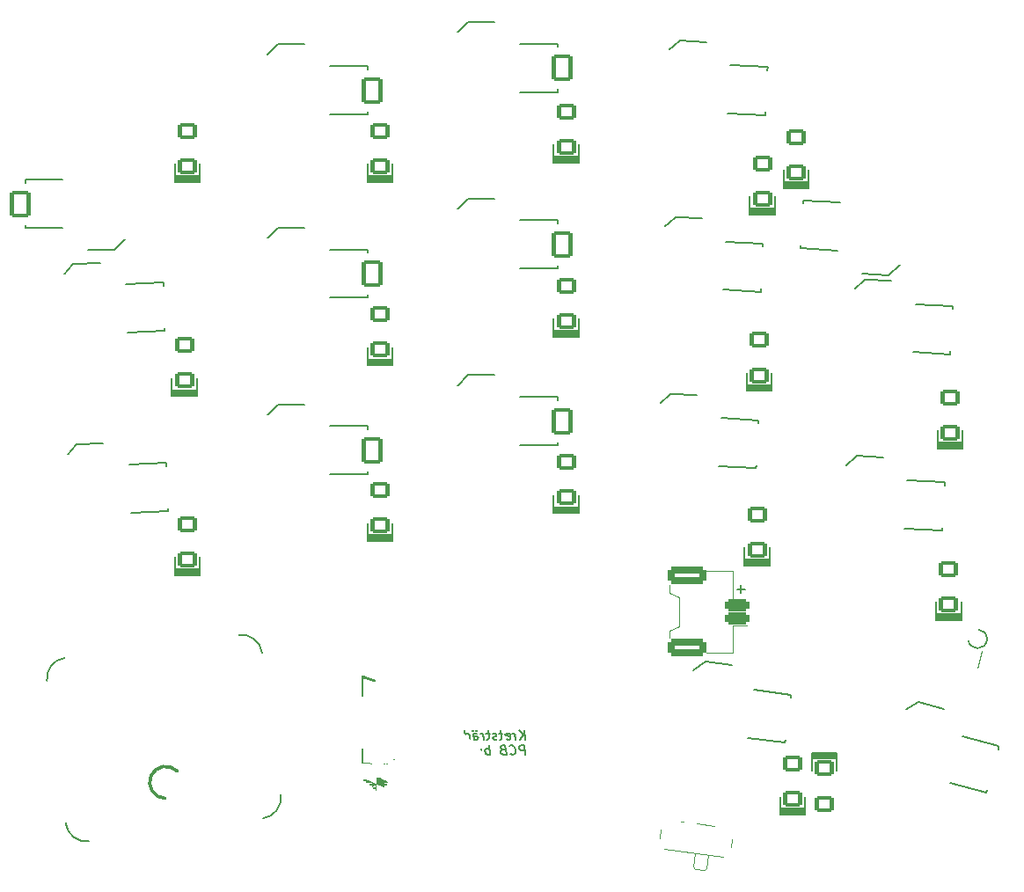
<source format=gbo>
G04 #@! TF.GenerationSoftware,KiCad,Pcbnew,9.0.2*
G04 #@! TF.CreationDate,2025-07-12T22:53:39+08:00*
G04 #@! TF.ProjectId,Kretstr_d_v2,4b726574-7374-472e-9464-5f76322e6b69,rev?*
G04 #@! TF.SameCoordinates,Original*
G04 #@! TF.FileFunction,Legend,Bot*
G04 #@! TF.FilePolarity,Positive*
%FSLAX46Y46*%
G04 Gerber Fmt 4.6, Leading zero omitted, Abs format (unit mm)*
G04 Created by KiCad (PCBNEW 9.0.2) date 2025-07-12 22:53:39*
%MOMM*%
%LPD*%
G01*
G04 APERTURE LIST*
G04 Aperture macros list*
%AMRoundRect*
0 Rectangle with rounded corners*
0 $1 Rounding radius*
0 $2 $3 $4 $5 $6 $7 $8 $9 X,Y pos of 4 corners*
0 Add a 4 corners polygon primitive as box body*
4,1,4,$2,$3,$4,$5,$6,$7,$8,$9,$2,$3,0*
0 Add four circle primitives for the rounded corners*
1,1,$1+$1,$2,$3*
1,1,$1+$1,$4,$5*
1,1,$1+$1,$6,$7*
1,1,$1+$1,$8,$9*
0 Add four rect primitives between the rounded corners*
20,1,$1+$1,$2,$3,$4,$5,0*
20,1,$1+$1,$4,$5,$6,$7,0*
20,1,$1+$1,$6,$7,$8,$9,0*
20,1,$1+$1,$8,$9,$2,$3,0*%
%AMFreePoly0*
4,1,22,0.886777,1.280194,0.956366,1.224698,0.994986,1.144504,1.000000,1.100000,1.000000,-1.100000,0.980194,-1.186777,0.924698,-1.256366,0.844504,-1.294986,0.800000,-1.300000,-0.480000,-1.300000,-0.566777,-1.280194,-0.621421,-1.241421,-0.941421,-0.921421,-0.988777,-0.846056,-1.000000,-0.780000,-1.000000,1.100000,-0.980194,1.186777,-0.924698,1.256366,-0.844504,1.294986,-0.800000,1.300000,
0.800000,1.300000,0.886777,1.280194,0.886777,1.280194,$1*%
%AMFreePoly1*
4,1,22,0.686777,0.580194,0.756366,0.524698,0.794986,0.444504,0.800000,0.400000,0.800000,0.200000,0.780194,0.113223,0.741421,0.058579,0.141421,-0.541421,0.066056,-0.588777,-0.022393,-0.598742,-0.106406,-0.569345,-0.141421,-0.541421,-0.741421,0.058579,-0.788777,0.133944,-0.800000,0.200000,-0.800000,0.400000,-0.780193,0.486777,-0.724698,0.556366,-0.644504,0.594986,-0.600000,0.600000,
0.600000,0.600000,0.686777,0.580194,0.686777,0.580194,$1*%
%AMFreePoly2*
4,1,26,0.706406,1.169345,0.769345,1.106406,0.798742,1.022393,0.800000,1.000000,0.800000,-0.250000,0.780194,-0.336777,0.724699,-0.406366,0.644505,-0.444986,0.600000,-0.450000,-0.600000,-0.450000,-0.686777,-0.430194,-0.756366,-0.374698,-0.794986,-0.294504,-0.800000,-0.250000,-0.800000,1.000000,-0.780194,1.086777,-0.724698,1.156366,-0.644504,1.194986,-0.555496,1.194986,-0.475302,1.156366,
-0.458579,1.141421,0.000000,0.682842,0.458579,1.141421,0.533944,1.188778,0.622393,1.198742,0.706406,1.169345,0.706406,1.169345,$1*%
%AMFreePoly3*
4,1,292,0.206777,1.229994,0.276366,1.174498,0.314986,1.094304,0.320000,1.049800,0.320000,0.008200,0.319495,0.005987,0.319495,-1.866709,0.319486,-1.942235,0.319486,-1.942460,0.318928,-2.390763,0.318926,-2.391335,0.317383,-2.767014,0.317377,-2.767939,0.314675,-3.077389,0.314657,-3.078876,0.310622,-3.328489,0.310568,-3.330901,0.305029,-3.527071,0.304875,-3.531095,0.297657,-3.680215,
0.297195,-3.687212,0.288125,-3.795676,0.286622,-3.808584,0.275528,-3.882784,0.269972,-3.908365,0.256680,-3.954695,0.246330,-3.982691,0.240139,-3.996234,0.229057,-4.017117,0.167561,-4.118087,0.157692,-4.132784,0.062026,-4.262462,0.054482,-4.272060,-0.057455,-4.405866,-0.061018,-4.410009,-0.070960,-4.421254,-0.171727,-4.547475,-0.239381,-4.651468,-0.261422,-4.702806,-0.268448,-4.790209,
-0.275185,-4.947662,-0.279770,-5.144579,-0.281450,-5.361536,-0.281447,-5.385011,-0.280528,-5.604860,-0.277007,-5.754079,-0.270393,-5.838887,-0.268290,-5.848462,-0.224488,-5.894056,-0.171049,-5.977321,-0.142171,-6.051967,-0.122143,-6.170287,-0.120852,-6.228231,-0.135594,-6.347346,-0.162124,-6.424914,-0.212996,-6.510565,-0.274338,-6.575059,-0.308050,-6.593056,-0.393200,-6.628524,-0.459529,-6.643620,
-0.582275,-6.650118,-0.631318,-6.646663,-0.750780,-6.623247,-0.819367,-6.595916,-0.898997,-6.545453,-0.952252,-6.496101,-0.953444,-6.494503,-0.980620,-6.444550,-1.025271,-6.324319,-1.037078,-6.237909,-1.034553,-6.207928,-1.095319,-6.245365,-1.119612,-6.251953,-1.263243,-6.281341,-1.334401,-6.282972,-1.441733,-6.266095,-1.524379,-6.233050,-1.535526,-6.224760,-1.625648,-6.152737,-1.674999,-6.094737,
-1.708800,-6.034795,-1.731134,-5.973572,-1.756230,-5.840310,-1.752826,-5.751366,-1.751357,-5.746183,-1.721747,-5.646814,-1.786435,-5.670245,-1.797570,-5.671308,-1.925994,-5.679949,-2.013905,-5.666013,-2.017213,-5.664651,-2.152853,-5.607383,-2.223422,-5.557256,-2.286363,-5.487634,-2.329864,-5.409980,-2.331418,-5.403739,-1.483158,-5.403739,-1.355185,-5.371470,-1.321520,-5.365981,-1.296753,-5.364088,
-1.271925,-5.355039,-1.217781,-5.314195,-1.113600,-5.210504,-0.992406,-5.073003,-0.922095,-4.967193,-0.891918,-4.883182,-0.881171,-4.765871,-0.875626,-4.680694,-0.868608,-4.639640,-0.821297,-4.471082,-0.802138,-4.425469,-0.700510,-4.248647,-0.682044,-4.221835,-0.562810,-4.075770,-0.603069,-4.078811,-0.691091,-4.065597,-0.695126,-4.063965,-0.829973,-4.007718,-0.882942,-3.970058,-0.884544,-4.105830,
-0.885000,-4.117175,-0.898888,-4.319380,-0.902711,-4.346893,-0.935986,-4.504891,-0.949035,-4.545136,-1.009063,-4.679733,-1.028893,-4.714405,-1.123042,-4.846409,-1.137428,-4.864308,-1.273065,-5.014526,-1.276513,-5.018249,-1.287869,-5.030202,-1.395729,-5.154077,-1.436036,-5.218316,-1.445698,-5.259360,-1.451178,-5.311568,-1.471682,-5.381092,-1.483158,-5.403739,-2.331418,-5.403739,-2.333940,-5.393612,
-2.360039,-5.266091,-2.360039,-5.185886,-2.330712,-5.042597,-2.293908,-4.961554,-2.277054,-4.942143,-2.201588,-4.865752,-2.261402,-4.879975,-2.348652,-4.881156,-2.489497,-4.851669,-2.570374,-4.814501,-2.590504,-4.796763,-2.603049,-4.784116,-2.016632,-4.784116,-1.947691,-4.769658,-1.921784,-4.765974,-1.897996,-4.764167,-1.873068,-4.755114,-1.818842,-4.714263,-1.712135,-4.608103,-1.710532,-4.606403,
-1.610735,-4.492471,-1.536348,-4.394539,-1.509620,-4.348678,-1.496774,-4.253933,-1.486629,-4.104764,-1.484943,-4.030087,-1.521728,-4.066661,-1.663872,-4.210425,-1.771561,-4.327147,-1.827485,-4.398952,-1.841739,-4.426218,-1.846868,-4.455718,-1.849044,-4.466476,-1.880833,-4.604089,-1.919662,-4.684181,-1.933210,-4.699418,-2.016632,-4.784116,-2.603049,-4.784116,-2.677271,-4.709294,-2.724322,-4.633739,
-2.731172,-4.608776,-2.760623,-4.465732,-2.760769,-4.385781,-2.732270,-4.244767,-2.695666,-4.163633,-2.680108,-4.145462,-2.594432,-4.056733,-2.519907,-4.008065,-2.492843,-4.000178,-2.352971,-3.969921,-2.326052,-3.966765,-2.302641,-3.962426,-2.276550,-3.949146,-2.210815,-3.898611,-2.101881,-3.798678,-1.944546,-3.643569,-1.907849,-3.606777,-1.998584,-3.608265,-2.086361,-3.615506,-2.113472,-3.640814,
-2.190420,-3.685551,-2.195993,-3.687200,-2.285285,-3.712217,-2.328694,-3.719355,-2.443408,-3.725413,-2.478949,-3.724123,-2.588384,-3.710339,-2.648428,-3.692928,-2.721883,-3.658421,-2.792004,-3.603597,-2.794591,-3.600348,-2.808469,-3.582542,-2.842246,-3.517205,-2.871896,-3.418636,-2.880342,-3.357508,-2.878149,-3.232815,-2.869435,-3.177839,-2.834704,-3.064278,-2.812088,-3.015249,-2.804020,-3.002595,
-2.744226,-2.942329,-2.663376,-2.889881,-2.579901,-2.859285,-2.464107,-2.844477,-2.401736,-2.846314,-2.281469,-2.868955,-2.211215,-2.896693,-2.116941,-2.956591,-2.095419,-2.974395,-2.075454,-2.989291,-2.056638,-2.994994,-2.046805,-2.995889,-2.070491,-2.960773,-2.070904,-2.959695,-2.108494,-2.860796,-2.121279,-2.800020,-2.127521,-2.678750,-2.122913,-2.624593,-2.097809,-2.512950,-2.059448,-2.432632,
-2.058380,-2.431296,-2.001929,-2.361278,-1.932045,-2.306154,-1.911531,-2.297769,-1.812031,-2.263398,-1.738834,-2.252593,-1.594647,-2.258290,-1.508720,-2.281507,-1.504448,-2.283843,-1.384933,-2.351109,-1.358738,-2.368710,-1.337152,-2.385832,-1.317487,-2.393167,-1.240752,-2.402224,-1.085472,-2.405350,-1.078233,-2.405170,-1.107077,-2.378573,-1.139850,-2.295818,-1.141775,-2.278081,-1.154236,-2.081951,
-1.154606,-2.072859,-1.156502,-1.967207,-1.150610,-1.915302,-1.126324,-1.817749,-1.086141,-1.738328,-1.046755,-1.702089,-0.979056,-1.654814,-0.896569,-1.621370,-0.885058,-1.619844,-0.761116,-1.607067,-0.757791,-1.606753,-0.746558,-1.605784,-0.717431,-1.594755,-0.653273,-1.547006,-0.535915,-1.433820,-0.518656,-1.415993,-0.412858,-1.301079,-0.333107,-1.206106,-0.309939,-1.172922,-0.306469,-1.159605,
-0.293711,-1.047354,-0.284312,-0.875422,-0.280824,-0.666619,-0.282712,0.034061,-0.280000,0.046092,-0.280000,1.049800,-0.260194,1.136577,-0.204698,1.206166,-0.124504,1.244786,-0.080000,1.249800,0.120000,1.249800,0.206777,1.229994,0.206777,1.229994,$1*%
%AMFreePoly4*
4,1,332,0.216903,1.226394,0.286492,1.170898,0.325112,1.090704,0.330126,1.046200,0.330126,0.053880,0.332333,0.034041,0.330446,-0.641485,0.333256,-0.817119,0.341852,-0.991008,0.354077,-1.119624,0.362643,-1.162576,0.397195,-1.217294,0.480043,-1.321262,0.585725,-1.436349,0.661974,-1.511306,0.745305,-1.581782,0.780351,-1.600628,0.816226,-1.606236,0.855709,-1.608367,0.916305,-1.621245,
1.018029,-1.660105,1.092024,-1.709574,1.121528,-1.749879,1.172534,-1.841779,1.197328,-1.927265,1.197479,-1.930252,1.204078,-2.083860,1.203745,-2.106820,1.191281,-2.279776,1.165288,-2.364904,1.129225,-2.403994,1.173666,-2.405391,1.223573,-2.405255,1.373671,-2.401394,1.448171,-2.392642,1.465323,-2.386622,1.490349,-2.367250,1.499144,-2.360816,1.558427,-2.319886,1.616268,-2.292409,
1.736039,-2.257617,1.795103,-2.249705,1.918049,-2.251717,1.998400,-2.270011,2.089018,-2.311721,2.159564,-2.365996,2.168233,-2.377282,2.179017,-2.392405,2.207229,-2.449366,2.233861,-2.535376,2.241991,-2.576456,2.252651,-2.693916,2.253382,-2.717931,2.251655,-2.776071,2.247065,-2.813135,2.225093,-2.912935,2.195461,-2.975695,2.212494,-2.958198,2.289490,-2.904783,2.362073,-2.873447,
2.477989,-2.848910,2.531369,-2.844932,2.650838,-2.852090,2.724742,-2.871102,2.812396,-2.912770,2.882265,-2.967914,2.907895,-3.009099,2.941835,-3.082118,2.959271,-3.144555,2.971968,-3.260006,2.972232,-3.301190,2.960919,-3.417757,2.944419,-3.480107,2.909095,-3.559070,2.855580,-3.630194,2.824642,-3.651681,2.776780,-3.678625,2.716103,-3.700809,2.613675,-3.720326,2.575255,-3.723859,
2.458923,-3.723286,2.420925,-3.719452,2.321391,-3.699672,2.242209,-3.664868,2.226678,-3.653495,2.249568,-3.708190,2.262483,-3.753325,2.275714,-3.834758,2.276340,-3.894786,2.255370,-4.043353,2.251016,-4.059843,2.261336,-4.057503,2.405029,-4.053550,2.423479,-4.053894,2.607272,-4.065820,2.692585,-4.091203,2.758435,-4.151089,2.791780,-4.233615,2.793805,-4.251024,2.806269,-4.423981,
2.806736,-4.433904,2.808688,-4.521554,2.803411,-4.571859,2.775606,-4.689911,2.736433,-4.769835,2.707599,-4.798835,2.630832,-4.861660,2.551134,-4.901291,2.531391,-4.905022,2.396634,-4.923538,2.367519,-4.925391,2.352493,-4.925249,2.321484,-4.922534,2.294546,-4.918041,2.345556,-4.977430,2.387072,-5.056163,2.391784,-5.079151,2.411668,-5.216808,2.413676,-5.249681,2.412978,-5.282286,
2.408266,-5.321372,2.380906,-5.444549,2.342754,-5.524966,2.315925,-5.552945,2.240017,-5.618098,2.161269,-5.659587,2.137440,-5.664410,2.001028,-5.683476,1.971455,-5.685392,1.956951,-5.685255,1.923948,-5.682197,1.791737,-5.658772,1.709746,-5.624130,1.687090,-5.605118,1.615161,-5.535067,1.566814,-5.460335,1.557616,-5.425814,1.535881,-5.299923,1.533998,-5.280958,1.533090,-5.277310,
1.533100,-5.278989,1.537975,-5.407923,1.546049,-5.464506,1.546949,-5.466699,1.560605,-5.481756,1.576426,-5.501596,1.634693,-5.585018,1.668145,-5.667501,1.668563,-5.670193,1.688071,-5.801698,1.682547,-5.885969,1.643425,-6.022953,1.600550,-6.100955,1.596826,-6.105026,1.561415,-6.142690,1.487545,-6.192345,1.486564,-6.192720,1.387509,-6.230250,1.326898,-6.242961,1.205437,-6.249194,
1.151442,-6.244614,1.082920,-6.229254,1.081676,-6.301771,1.060958,-6.387044,1.004589,-6.500955,0.948350,-6.569945,0.933901,-6.580220,0.857650,-6.629504,0.787543,-6.657803,0.665751,-6.681668,0.584915,-6.680859,0.473708,-6.656748,0.415993,-6.629724,0.400586,-6.658754,0.394933,-6.665026,0.359522,-6.702690,0.285652,-6.752345,0.284671,-6.752720,0.185616,-6.790250,0.125005,-6.802961,
0.003544,-6.809194,-0.050452,-6.804614,-0.162271,-6.779549,-0.242614,-6.741242,-0.243814,-6.740285,-0.268198,-6.720687,-0.315294,-6.752345,-0.316275,-6.752720,-0.415330,-6.790250,-0.475941,-6.802961,-0.597402,-6.809194,-0.651397,-6.804614,-0.763217,-6.779549,-0.843561,-6.741242,-0.844763,-6.740284,-0.914891,-6.683922,-0.970122,-6.614122,-0.978575,-6.593515,-1.013000,-6.494172,-1.023868,-6.420766,
-1.018162,-6.276806,-0.994935,-6.190882,-0.992477,-6.186396,-0.925104,-6.067069,-0.903724,-6.036331,-0.891370,-6.021707,-0.890072,-6.018941,-0.882527,-5.981614,-0.875398,-5.887738,-0.871719,-5.731182,-0.870818,-5.503325,-0.870817,-5.503105,-0.869927,-5.326988,-0.869827,-5.321581,-0.862543,-5.094702,-0.861499,-5.079727,-0.853873,-5.008841,-0.260880,-5.008841,-0.250757,-5.118082,-0.182664,-5.265028,
-0.032771,-5.461496,0.009168,-5.510153,0.014500,-5.516608,0.119025,-5.648672,0.127203,-5.659770,0.205250,-5.773710,0.219630,-5.798292,0.256978,-5.874043,0.259707,-5.879806,0.280044,-5.924601,0.283266,-5.919104,0.302558,-5.891727,0.305210,-5.888563,0.317208,-5.858522,0.310754,-5.815815,0.250423,-5.704381,0.110971,-5.530276,0.036442,-5.444592,0.027944,-5.434129,-0.099383,-5.266107,
-0.111658,-5.246753,0.652054,-5.246753,0.732842,-5.349046,0.752387,-5.378939,0.849802,-5.561723,0.882643,-5.509562,0.905761,-5.479570,0.917107,-5.467427,0.924826,-5.420679,0.930495,-5.304719,0.931637,-5.162069,0.886595,-5.192346,0.885617,-5.192720,0.786563,-5.230250,0.725952,-5.242961,0.652054,-5.246753,-0.111658,-5.246753,-0.117198,-5.238019,-0.195936,-5.087503,-0.212368,-5.044802,
-0.239091,-4.941314,-0.260880,-5.008841,-0.853873,-5.008841,-0.842699,-4.904973,-0.837775,-4.877464,-0.810044,-4.767492,1.929028,-4.767492,1.940400,-4.777363,1.980579,-4.800138,2.016790,-4.806377,2.048565,-4.809884,2.049055,-4.809987,2.034161,-4.797214,2.013963,-4.774565,2.013402,-4.774389,1.934562,-4.767567,1.929028,-4.767492,-0.810044,-4.767492,-0.802541,-4.737737,-0.789993,-4.702371,
-0.733407,-4.580574,-0.717030,-4.551821,-0.634173,-4.430855,-0.622986,-4.416047,-0.508940,-4.278815,-0.506152,-4.275532,-0.504541,-4.273676,-0.406101,-4.155775,-0.327937,-4.054618,-0.302887,-4.017163,-0.302099,-4.013563,-0.294032,-3.925579,-0.286464,-3.770786,-0.280305,-3.552503,-0.275623,-3.268476,-0.272373,-2.915349,-0.271993,-2.829728,0.332029,-2.829728,0.339270,-2.984437,0.352076,-3.112266,
0.360925,-3.154360,0.378419,-3.181798,0.458433,-3.279847,0.578494,-3.414759,0.722334,-3.568542,0.876663,-3.727341,1.028514,-3.877808,1.164669,-4.006494,1.268831,-4.097556,1.310593,-4.127530,1.364956,-4.143570,1.451145,-4.154832,1.444522,-4.147382,1.401669,-4.069368,1.396370,-4.045227,1.377901,-3.926443,1.353356,-3.888438,1.272875,-3.790852,1.139773,-3.645237,0.953129,-3.451557,
0.710038,-3.206705,0.332029,-2.829728,-0.271993,-2.829728,-0.270485,-2.489954,-0.269874,-1.987786,-0.269874,1.046200,-0.250068,1.132977,-0.194572,1.202566,-0.114378,1.241186,-0.069874,1.246200,0.130126,1.246200,0.216903,1.226394,0.216903,1.226394,$1*%
G04 Aperture macros list end*
%ADD10C,0.338000*%
%ADD11C,0.150000*%
%ADD12C,0.100000*%
%ADD13C,0.200000*%
%ADD14C,0.120000*%
%ADD15C,0.178000*%
%ADD16C,0.000000*%
%ADD17C,1.600000*%
%ADD18RoundRect,0.200000X-0.700000X0.600000X-0.700000X-0.600000X0.700000X-0.600000X0.700000X0.600000X0*%
%ADD19RoundRect,0.200000X0.700000X-0.600000X0.700000X0.600000X-0.700000X0.600000X-0.700000X-0.600000X0*%
%ADD20C,2.300000*%
%ADD21C,3.400000*%
%ADD22C,2.000000*%
%ADD23C,5.280000*%
%ADD24FreePoly0,0.000000*%
%ADD25RoundRect,0.200000X-0.800000X-1.100000X0.800000X-1.100000X0.800000X1.100000X-0.800000X1.100000X0*%
%ADD26C,3.600000*%
%ADD27C,1.300000*%
%ADD28FreePoly0,2.000000*%
%ADD29RoundRect,0.200000X-0.761123X-1.127250X0.837902X-1.071410X0.761123X1.127250X-0.837902X1.071410X0*%
%ADD30FreePoly0,357.000000*%
%ADD31RoundRect,0.200000X-0.856473X-1.056624X0.741334X-1.140361X0.856473X1.056624X-0.741334X1.140361X0*%
%ADD32FreePoly0,345.000000*%
%ADD33RoundRect,0.200000X-1.057442X-0.855463X0.488040X-1.269574X1.057442X0.855463X-0.488040X1.269574X0*%
%ADD34C,2.500000*%
%ADD35FreePoly1,187.500000*%
%ADD36FreePoly1,7.500000*%
%ADD37FreePoly2,187.500000*%
%ADD38FreePoly2,7.500000*%
%ADD39FreePoly0,180.000000*%
%ADD40RoundRect,0.200000X0.800000X1.100000X-0.800000X1.100000X-0.800000X-1.100000X0.800000X-1.100000X0*%
%ADD41C,4.200000*%
%ADD42FreePoly0,352.500000*%
%ADD43RoundRect,0.200000X-0.936735X-0.986168X0.649577X-1.195010X0.936735X0.986168X-0.649577X1.195010X0*%
%ADD44FreePoly0,177.000000*%
%ADD45RoundRect,0.200000X0.856473X1.056624X-0.741334X1.140361X-0.856473X-1.056624X0.741334X-1.140361X0*%
%ADD46RoundRect,0.300000X0.850000X-0.300000X0.850000X0.300000X-0.850000X0.300000X-0.850000X-0.300000X0*%
%ADD47RoundRect,0.326924X1.548076X-0.523076X1.548076X0.523076X-1.548076X0.523076X-1.548076X-0.523076X0*%
%ADD48FreePoly3,180.000000*%
%ADD49RoundRect,0.229000X-0.606000X-0.057250X0.606000X-0.057250X0.606000X0.057250X-0.606000X0.057250X0*%
%ADD50RoundRect,0.229000X-1.171000X-0.057250X1.171000X-0.057250X1.171000X0.057250X-1.171000X0.057250X0*%
%ADD51RoundRect,0.229000X-0.208500X-0.057250X0.208500X-0.057250X0.208500X0.057250X-0.208500X0.057250X0*%
%ADD52FreePoly4,180.000000*%
%ADD53RoundRect,0.200000X0.547933X0.331315X-0.443512X0.461841X-0.547933X-0.331315X0.443512X-0.461841X0*%
%ADD54RoundRect,0.200000X0.444900X0.697899X-0.249111X0.789268X-0.444900X-0.697899X0.249111X-0.789268X0*%
G04 APERTURE END LIST*
D10*
X95590996Y-124923836D02*
G75*
G02*
X96753556Y-122281918I67634J1546986D01*
G01*
D11*
X130248387Y-119267282D02*
X130135887Y-118367282D01*
X129734101Y-119267282D02*
X130055530Y-118752996D01*
X129621601Y-118367282D02*
X130200173Y-118881567D01*
X129348387Y-119267282D02*
X129273387Y-118667282D01*
X129294816Y-118838710D02*
X129241244Y-118752996D01*
X129241244Y-118752996D02*
X129193030Y-118710139D01*
X129193030Y-118710139D02*
X129101958Y-118667282D01*
X129101958Y-118667282D02*
X129016244Y-118667282D01*
X128443030Y-119224425D02*
X128534101Y-119267282D01*
X128534101Y-119267282D02*
X128705530Y-119267282D01*
X128705530Y-119267282D02*
X128785887Y-119224425D01*
X128785887Y-119224425D02*
X128818030Y-119138710D01*
X128818030Y-119138710D02*
X128775173Y-118795853D01*
X128775173Y-118795853D02*
X128721601Y-118710139D01*
X128721601Y-118710139D02*
X128630530Y-118667282D01*
X128630530Y-118667282D02*
X128459101Y-118667282D01*
X128459101Y-118667282D02*
X128378744Y-118710139D01*
X128378744Y-118710139D02*
X128346601Y-118795853D01*
X128346601Y-118795853D02*
X128357315Y-118881567D01*
X128357315Y-118881567D02*
X128796601Y-118967282D01*
X128073386Y-118667282D02*
X127730529Y-118667282D01*
X127907315Y-118367282D02*
X128003744Y-119138710D01*
X128003744Y-119138710D02*
X127971601Y-119224425D01*
X127971601Y-119224425D02*
X127891244Y-119267282D01*
X127891244Y-119267282D02*
X127805529Y-119267282D01*
X127543029Y-119224425D02*
X127462672Y-119267282D01*
X127462672Y-119267282D02*
X127291243Y-119267282D01*
X127291243Y-119267282D02*
X127200172Y-119224425D01*
X127200172Y-119224425D02*
X127146600Y-119138710D01*
X127146600Y-119138710D02*
X127141243Y-119095853D01*
X127141243Y-119095853D02*
X127173386Y-119010139D01*
X127173386Y-119010139D02*
X127253743Y-118967282D01*
X127253743Y-118967282D02*
X127382315Y-118967282D01*
X127382315Y-118967282D02*
X127462672Y-118924425D01*
X127462672Y-118924425D02*
X127494815Y-118838710D01*
X127494815Y-118838710D02*
X127489458Y-118795853D01*
X127489458Y-118795853D02*
X127435886Y-118710139D01*
X127435886Y-118710139D02*
X127344815Y-118667282D01*
X127344815Y-118667282D02*
X127216243Y-118667282D01*
X127216243Y-118667282D02*
X127135886Y-118710139D01*
X126830529Y-118667282D02*
X126487672Y-118667282D01*
X126664458Y-118367282D02*
X126760887Y-119138710D01*
X126760887Y-119138710D02*
X126728744Y-119224425D01*
X126728744Y-119224425D02*
X126648387Y-119267282D01*
X126648387Y-119267282D02*
X126562672Y-119267282D01*
X126262672Y-119267282D02*
X126187672Y-118667282D01*
X126209101Y-118838710D02*
X126155529Y-118752996D01*
X126155529Y-118752996D02*
X126107315Y-118710139D01*
X126107315Y-118710139D02*
X126016243Y-118667282D01*
X126016243Y-118667282D02*
X125930529Y-118667282D01*
X125319815Y-119267282D02*
X125260886Y-118795853D01*
X125260886Y-118795853D02*
X125293029Y-118710139D01*
X125293029Y-118710139D02*
X125373386Y-118667282D01*
X125373386Y-118667282D02*
X125544815Y-118667282D01*
X125544815Y-118667282D02*
X125635886Y-118710139D01*
X125314458Y-119224425D02*
X125405529Y-119267282D01*
X125405529Y-119267282D02*
X125619815Y-119267282D01*
X125619815Y-119267282D02*
X125700172Y-119224425D01*
X125700172Y-119224425D02*
X125732315Y-119138710D01*
X125732315Y-119138710D02*
X125721600Y-119052996D01*
X125721600Y-119052996D02*
X125668029Y-118967282D01*
X125668029Y-118967282D02*
X125576958Y-118924425D01*
X125576958Y-118924425D02*
X125362672Y-118924425D01*
X125362672Y-118924425D02*
X125271600Y-118881567D01*
X125593029Y-118367282D02*
X125555529Y-118410139D01*
X125555529Y-118410139D02*
X125603743Y-118452996D01*
X125603743Y-118452996D02*
X125641243Y-118410139D01*
X125641243Y-118410139D02*
X125593029Y-118367282D01*
X125593029Y-118367282D02*
X125603743Y-118452996D01*
X125250172Y-118367282D02*
X125212672Y-118410139D01*
X125212672Y-118410139D02*
X125260886Y-118452996D01*
X125260886Y-118452996D02*
X125298386Y-118410139D01*
X125298386Y-118410139D02*
X125250172Y-118367282D01*
X125250172Y-118367282D02*
X125260886Y-118452996D01*
X124505529Y-119267282D02*
X124393029Y-118367282D01*
X124500172Y-119224425D02*
X124591243Y-119267282D01*
X124591243Y-119267282D02*
X124762672Y-119267282D01*
X124762672Y-119267282D02*
X124843029Y-119224425D01*
X124843029Y-119224425D02*
X124880529Y-119181567D01*
X124880529Y-119181567D02*
X124912672Y-119095853D01*
X124912672Y-119095853D02*
X124880529Y-118838710D01*
X124880529Y-118838710D02*
X124826957Y-118752996D01*
X124826957Y-118752996D02*
X124778743Y-118710139D01*
X124778743Y-118710139D02*
X124687672Y-118667282D01*
X124687672Y-118667282D02*
X124516243Y-118667282D01*
X124516243Y-118667282D02*
X124435886Y-118710139D01*
X123401957Y-118667282D02*
X123262672Y-119267282D01*
X123262672Y-119267282D02*
X122973386Y-118667282D01*
X122646600Y-118452996D02*
X122598386Y-118410139D01*
X122598386Y-118410139D02*
X122507315Y-118367282D01*
X122507315Y-118367282D02*
X122293029Y-118367282D01*
X122293029Y-118367282D02*
X122212672Y-118410139D01*
X122212672Y-118410139D02*
X122175172Y-118452996D01*
X122175172Y-118452996D02*
X122143029Y-118538710D01*
X122143029Y-118538710D02*
X122153743Y-118624425D01*
X122153743Y-118624425D02*
X122212672Y-118752996D01*
X122212672Y-118752996D02*
X122791243Y-119267282D01*
X122791243Y-119267282D02*
X122234100Y-119267282D01*
X121837672Y-119181567D02*
X121800172Y-119224425D01*
X121800172Y-119224425D02*
X121848386Y-119267282D01*
X121848386Y-119267282D02*
X121885886Y-119224425D01*
X121885886Y-119224425D02*
X121837672Y-119181567D01*
X121837672Y-119181567D02*
X121848386Y-119267282D01*
X121360886Y-118452996D02*
X121312672Y-118410139D01*
X121312672Y-118410139D02*
X121221601Y-118367282D01*
X121221601Y-118367282D02*
X121007315Y-118367282D01*
X121007315Y-118367282D02*
X120926958Y-118410139D01*
X120926958Y-118410139D02*
X120889458Y-118452996D01*
X120889458Y-118452996D02*
X120857315Y-118538710D01*
X120857315Y-118538710D02*
X120868029Y-118624425D01*
X120868029Y-118624425D02*
X120926958Y-118752996D01*
X120926958Y-118752996D02*
X121505529Y-119267282D01*
X121505529Y-119267282D02*
X120948386Y-119267282D01*
X130248387Y-120716232D02*
X130135887Y-119816232D01*
X130135887Y-119816232D02*
X129793030Y-119816232D01*
X129793030Y-119816232D02*
X129712673Y-119859089D01*
X129712673Y-119859089D02*
X129675173Y-119901946D01*
X129675173Y-119901946D02*
X129643030Y-119987660D01*
X129643030Y-119987660D02*
X129659101Y-120116232D01*
X129659101Y-120116232D02*
X129712673Y-120201946D01*
X129712673Y-120201946D02*
X129760887Y-120244803D01*
X129760887Y-120244803D02*
X129851958Y-120287660D01*
X129851958Y-120287660D02*
X130194816Y-120287660D01*
X128823387Y-120630517D02*
X128871601Y-120673375D01*
X128871601Y-120673375D02*
X129005530Y-120716232D01*
X129005530Y-120716232D02*
X129091244Y-120716232D01*
X129091244Y-120716232D02*
X129214458Y-120673375D01*
X129214458Y-120673375D02*
X129289458Y-120587660D01*
X129289458Y-120587660D02*
X129321601Y-120501946D01*
X129321601Y-120501946D02*
X129343030Y-120330517D01*
X129343030Y-120330517D02*
X129326958Y-120201946D01*
X129326958Y-120201946D02*
X129262673Y-120030517D01*
X129262673Y-120030517D02*
X129209101Y-119944803D01*
X129209101Y-119944803D02*
X129112673Y-119859089D01*
X129112673Y-119859089D02*
X128978744Y-119816232D01*
X128978744Y-119816232D02*
X128893030Y-119816232D01*
X128893030Y-119816232D02*
X128769816Y-119859089D01*
X128769816Y-119859089D02*
X128732316Y-119901946D01*
X128089458Y-120244803D02*
X127966244Y-120287660D01*
X127966244Y-120287660D02*
X127928744Y-120330517D01*
X127928744Y-120330517D02*
X127896601Y-120416232D01*
X127896601Y-120416232D02*
X127912673Y-120544803D01*
X127912673Y-120544803D02*
X127966244Y-120630517D01*
X127966244Y-120630517D02*
X128014458Y-120673375D01*
X128014458Y-120673375D02*
X128105530Y-120716232D01*
X128105530Y-120716232D02*
X128448387Y-120716232D01*
X128448387Y-120716232D02*
X128335887Y-119816232D01*
X128335887Y-119816232D02*
X128035887Y-119816232D01*
X128035887Y-119816232D02*
X127955530Y-119859089D01*
X127955530Y-119859089D02*
X127918030Y-119901946D01*
X127918030Y-119901946D02*
X127885887Y-119987660D01*
X127885887Y-119987660D02*
X127896601Y-120073375D01*
X127896601Y-120073375D02*
X127950173Y-120159089D01*
X127950173Y-120159089D02*
X127998387Y-120201946D01*
X127998387Y-120201946D02*
X128089458Y-120244803D01*
X128089458Y-120244803D02*
X128389458Y-120244803D01*
X126862673Y-120716232D02*
X126750173Y-119816232D01*
X126793030Y-120159089D02*
X126701959Y-120116232D01*
X126701959Y-120116232D02*
X126530530Y-120116232D01*
X126530530Y-120116232D02*
X126450173Y-120159089D01*
X126450173Y-120159089D02*
X126412673Y-120201946D01*
X126412673Y-120201946D02*
X126380530Y-120287660D01*
X126380530Y-120287660D02*
X126412673Y-120544803D01*
X126412673Y-120544803D02*
X126466244Y-120630517D01*
X126466244Y-120630517D02*
X126514459Y-120673375D01*
X126514459Y-120673375D02*
X126605530Y-120716232D01*
X126605530Y-120716232D02*
X126776959Y-120716232D01*
X126776959Y-120716232D02*
X126857316Y-120673375D01*
X126059101Y-120116232D02*
X125919816Y-120716232D01*
X125630530Y-120116232D02*
X125919816Y-120716232D01*
X125919816Y-120716232D02*
X126032316Y-120930517D01*
X126032316Y-120930517D02*
X126080530Y-120973375D01*
X126080530Y-120973375D02*
X126171601Y-121016232D01*
X124601959Y-120116232D02*
X124698388Y-120887660D01*
X124698388Y-120887660D02*
X124751959Y-120973375D01*
X124751959Y-120973375D02*
X124843030Y-121016232D01*
X124843030Y-121016232D02*
X124885888Y-121016232D01*
X124564459Y-119816232D02*
X124612673Y-119859089D01*
X124612673Y-119859089D02*
X124575173Y-119901946D01*
X124575173Y-119901946D02*
X124526959Y-119859089D01*
X124526959Y-119859089D02*
X124564459Y-119816232D01*
X124564459Y-119816232D02*
X124575173Y-119901946D01*
X124259102Y-120116232D02*
X124162674Y-120716232D01*
X124162674Y-120716232D02*
X123937674Y-120287660D01*
X123937674Y-120287660D02*
X123819817Y-120716232D01*
X123819817Y-120716232D02*
X123573388Y-120116232D01*
X150622048Y-104776133D02*
X151383953Y-104776133D01*
X151003000Y-104395180D02*
X151003000Y-105157085D01*
D12*
X173584687Y-113082713D02*
X174205852Y-110764491D01*
D13*
X174701464Y-109569096D02*
G75*
G02*
X172901464Y-109569096I-900000J0D01*
G01*
X172901464Y-109569096D02*
G75*
G02*
X174701464Y-109569096I900000J0D01*
G01*
X160238990Y-120525081D02*
X160238990Y-122251881D01*
X157838990Y-120525081D02*
X157838990Y-122251881D01*
X160238990Y-121083081D02*
X157838990Y-121083081D01*
X157838990Y-120524681D01*
X160238990Y-120524681D01*
X160238990Y-121083081D01*
G36*
X160238990Y-121083081D02*
G01*
X157838990Y-121083081D01*
X157838990Y-120524681D01*
X160238990Y-120524681D01*
X160238990Y-121083081D01*
G37*
X154816390Y-126467881D02*
X154816390Y-124741081D01*
X157216390Y-126467881D02*
X157216390Y-124741081D01*
X157216390Y-126468281D02*
X154816390Y-126468281D01*
X154816390Y-125909881D01*
X157216390Y-125909881D01*
X157216390Y-126468281D01*
G36*
X157216390Y-126468281D02*
G01*
X154816390Y-126468281D01*
X154816390Y-125909881D01*
X157216390Y-125909881D01*
X157216390Y-126468281D01*
G37*
X169819105Y-107748849D02*
X169819105Y-106022049D01*
X172219105Y-107748849D02*
X172219105Y-106022049D01*
X172219105Y-107749249D02*
X169819105Y-107749249D01*
X169819105Y-107190849D01*
X172219105Y-107190849D01*
X172219105Y-107749249D01*
G36*
X172219105Y-107749249D02*
G01*
X169819105Y-107749249D01*
X169819105Y-107190849D01*
X172219105Y-107190849D01*
X172219105Y-107749249D01*
G37*
X151378705Y-102482449D02*
X151378705Y-100755649D01*
X153778705Y-102482449D02*
X153778705Y-100755649D01*
X153778705Y-102482849D02*
X151378705Y-102482849D01*
X151378705Y-101924449D01*
X153778705Y-101924449D01*
X153778705Y-102482849D01*
G36*
X153778705Y-102482849D02*
G01*
X151378705Y-102482849D01*
X151378705Y-101924449D01*
X153778705Y-101924449D01*
X153778705Y-102482849D01*
G37*
X132997790Y-97445081D02*
X132997790Y-95718281D01*
X135397790Y-97445081D02*
X135397790Y-95718281D01*
X135397790Y-97445481D02*
X132997790Y-97445481D01*
X132997790Y-96887081D01*
X135397790Y-96887081D01*
X135397790Y-97445481D01*
G36*
X135397790Y-97445481D02*
G01*
X132997790Y-97445481D01*
X132997790Y-96887081D01*
X135397790Y-96887081D01*
X135397790Y-97445481D01*
G37*
X115062190Y-100137481D02*
X115062190Y-98410681D01*
X117462190Y-100137481D02*
X117462190Y-98410681D01*
X117462190Y-100137881D02*
X115062190Y-100137881D01*
X115062190Y-99579481D01*
X117462190Y-99579481D01*
X117462190Y-100137881D01*
G36*
X117462190Y-100137881D02*
G01*
X115062190Y-100137881D01*
X115062190Y-99579481D01*
X117462190Y-99579481D01*
X117462190Y-100137881D01*
G37*
X96561390Y-103404681D02*
X96561390Y-101677881D01*
X98961390Y-103404681D02*
X98961390Y-101677881D01*
X98961390Y-103405081D02*
X96561390Y-103405081D01*
X96561390Y-102846681D01*
X98961390Y-102846681D01*
X98961390Y-103405081D01*
G36*
X98961390Y-103405081D02*
G01*
X96561390Y-103405081D01*
X96561390Y-102846681D01*
X98961390Y-102846681D01*
X98961390Y-103405081D01*
G37*
X169929390Y-91212681D02*
X169929390Y-89485881D01*
X172329390Y-91212681D02*
X172329390Y-89485881D01*
X172329390Y-91213081D02*
X169929390Y-91213081D01*
X169929390Y-90654681D01*
X172329390Y-90654681D01*
X172329390Y-91213081D01*
G36*
X172329390Y-91213081D02*
G01*
X169929390Y-91213081D01*
X169929390Y-90654681D01*
X172329390Y-90654681D01*
X172329390Y-91213081D01*
G37*
X151578431Y-85692916D02*
X151578431Y-83966116D01*
X153978431Y-85692916D02*
X153978431Y-83966116D01*
X153978431Y-85693316D02*
X151578431Y-85693316D01*
X151578431Y-85134916D01*
X153978431Y-85134916D01*
X153978431Y-85693316D01*
G36*
X153978431Y-85693316D02*
G01*
X151578431Y-85693316D01*
X151578431Y-85134916D01*
X153978431Y-85134916D01*
X153978431Y-85693316D01*
G37*
X132997790Y-80477881D02*
X132997790Y-78751081D01*
X135397790Y-80477881D02*
X135397790Y-78751081D01*
X135397790Y-80478281D02*
X132997790Y-80478281D01*
X132997790Y-79919881D01*
X135397790Y-79919881D01*
X135397790Y-80478281D01*
G36*
X135397790Y-80478281D02*
G01*
X132997790Y-80478281D01*
X132997790Y-79919881D01*
X135397790Y-79919881D01*
X135397790Y-80478281D01*
G37*
X115062190Y-83221081D02*
X115062190Y-81494281D01*
X117462190Y-83221081D02*
X117462190Y-81494281D01*
X117462190Y-83221481D02*
X115062190Y-83221481D01*
X115062190Y-82663081D01*
X117462190Y-82663081D01*
X117462190Y-83221481D01*
G36*
X117462190Y-83221481D02*
G01*
X115062190Y-83221481D01*
X115062190Y-82663081D01*
X117462190Y-82663081D01*
X117462190Y-83221481D01*
G37*
X96250660Y-86188298D02*
X96250660Y-84461498D01*
X98650660Y-86188298D02*
X98650660Y-84461498D01*
X98650660Y-86188698D02*
X96250660Y-86188698D01*
X96250660Y-85630298D01*
X98650660Y-85630298D01*
X98650660Y-86188698D01*
G36*
X98650660Y-86188698D02*
G01*
X96250660Y-86188698D01*
X96250660Y-85630298D01*
X98650660Y-85630298D01*
X98650660Y-86188698D01*
G37*
X155132694Y-66159350D02*
X155132694Y-64432550D01*
X157532694Y-66159350D02*
X157532694Y-64432550D01*
X157532694Y-66159750D02*
X155132694Y-66159750D01*
X155132694Y-65601350D01*
X157532694Y-65601350D01*
X157532694Y-66159750D01*
G36*
X157532694Y-66159750D02*
G01*
X155132694Y-66159750D01*
X155132694Y-65601350D01*
X157532694Y-65601350D01*
X157532694Y-66159750D01*
G37*
X151878020Y-68709817D02*
X151878020Y-66983017D01*
X154278020Y-68709817D02*
X154278020Y-66983017D01*
X154278020Y-68710217D02*
X151878020Y-68710217D01*
X151878020Y-68151817D01*
X154278020Y-68151817D01*
X154278020Y-68710217D01*
G36*
X154278020Y-68710217D02*
G01*
X151878020Y-68710217D01*
X151878020Y-68151817D01*
X154278020Y-68151817D01*
X154278020Y-68710217D01*
G37*
X132997790Y-63713881D02*
X132997790Y-61987081D01*
X135397790Y-63713881D02*
X135397790Y-61987081D01*
X135397790Y-63714281D02*
X132997790Y-63714281D01*
X132997790Y-63155881D01*
X135397790Y-63155881D01*
X135397790Y-63714281D01*
G36*
X135397790Y-63714281D02*
G01*
X132997790Y-63714281D01*
X132997790Y-63155881D01*
X135397790Y-63155881D01*
X135397790Y-63714281D01*
G37*
X115062190Y-65576081D02*
X115062190Y-63849281D01*
X117462190Y-65576081D02*
X117462190Y-63849281D01*
X117462190Y-65576481D02*
X115062190Y-65576481D01*
X115062190Y-65018081D01*
X117462190Y-65018081D01*
X117462190Y-65576481D01*
G36*
X117462190Y-65576481D02*
G01*
X115062190Y-65576481D01*
X115062190Y-65018081D01*
X117462190Y-65018081D01*
X117462190Y-65576481D01*
G37*
X96561390Y-65558681D02*
X96561390Y-63831881D01*
X98961390Y-65558681D02*
X98961390Y-63831881D01*
X98961390Y-65559081D02*
X96561390Y-65559081D01*
X96561390Y-65000681D01*
X98961390Y-65000681D01*
X98961390Y-65559081D01*
G36*
X98961390Y-65559081D02*
G01*
X96561390Y-65559081D01*
X96561390Y-65000681D01*
X98961390Y-65000681D01*
X98961390Y-65559081D01*
G37*
D11*
X105460390Y-88008681D02*
X105460390Y-88118681D01*
X105460390Y-88008681D02*
X106485390Y-86983681D01*
X109035390Y-86983681D02*
X106485390Y-86983681D01*
X115060390Y-89083681D02*
X111460390Y-89083681D01*
X115060390Y-89083681D02*
X115060390Y-89386681D01*
X115060390Y-93430681D02*
X115060390Y-93733681D01*
X115060390Y-93733681D02*
X111460390Y-93733681D01*
X123760190Y-68208681D02*
X123760190Y-68318681D01*
X123760190Y-68208681D02*
X124785190Y-67183681D01*
X127335190Y-67183681D02*
X124785190Y-67183681D01*
X133360190Y-69283681D02*
X129760190Y-69283681D01*
X133360190Y-69283681D02*
X133360190Y-69586681D01*
X133360190Y-73630681D02*
X133360190Y-73933681D01*
X133360190Y-73933681D02*
X129760190Y-73933681D01*
X105460390Y-71008681D02*
X105460390Y-71118681D01*
X105460390Y-71008681D02*
X106485390Y-69983681D01*
X109035390Y-69983681D02*
X106485390Y-69983681D01*
X115060390Y-72083681D02*
X111460390Y-72083681D01*
X115060390Y-72083681D02*
X115060390Y-72386681D01*
X115060390Y-76430681D02*
X115060390Y-76733681D01*
X115060390Y-76733681D02*
X111460390Y-76733681D01*
X123760190Y-85208681D02*
X123760190Y-85318681D01*
X123760190Y-85208681D02*
X124785190Y-84183681D01*
X127335190Y-84183681D02*
X124785190Y-84183681D01*
X133360190Y-86283681D02*
X129760190Y-86283681D01*
X133360190Y-86283681D02*
X133360190Y-86586681D01*
X133360190Y-90630681D02*
X133360190Y-90933681D01*
X133360190Y-90933681D02*
X129760190Y-90933681D01*
X105460390Y-53363681D02*
X105460390Y-53473681D01*
X105460390Y-53363681D02*
X106485390Y-52338681D01*
X109035390Y-52338681D02*
X106485390Y-52338681D01*
X115060390Y-54438681D02*
X111460390Y-54438681D01*
X115060390Y-54438681D02*
X115060390Y-54741681D01*
X115060390Y-58785681D02*
X115060390Y-59088681D01*
X115060390Y-59088681D02*
X111460390Y-59088681D01*
X86110706Y-91892647D02*
X86114545Y-92002580D01*
X86110706Y-91892647D02*
X87099310Y-90832500D01*
X89647756Y-90743506D02*
X87099310Y-90832500D01*
X95742375Y-92631957D02*
X92144568Y-92757595D01*
X95742375Y-92631957D02*
X95752950Y-92934773D01*
X95894083Y-96976309D02*
X95904658Y-97279125D01*
X95904658Y-97279125D02*
X92306851Y-97404763D01*
X144061264Y-52935780D02*
X144055507Y-53045630D01*
X144061264Y-52935780D02*
X145138503Y-51965829D01*
X147685009Y-52099286D02*
X145138503Y-51965829D01*
X153348484Y-59155360D02*
X149753418Y-58966950D01*
X153364342Y-58852775D02*
X153348484Y-59155360D01*
X153591846Y-54511732D02*
X149996780Y-54323323D01*
X153591846Y-54511732D02*
X153575988Y-54814317D01*
X166852392Y-116358850D02*
X166823923Y-116465102D01*
X166852392Y-116358850D02*
X168107755Y-115634065D01*
X170570866Y-116294054D02*
X168107755Y-115634065D01*
X174643541Y-124373438D02*
X171166208Y-123441689D01*
X174721963Y-124080762D02*
X174643541Y-124373438D01*
X175847049Y-119881883D02*
X172369716Y-118950134D01*
X175847049Y-119881883D02*
X175768627Y-120174558D01*
X123760190Y-51208681D02*
X123760190Y-51318681D01*
X123760190Y-51208681D02*
X124785190Y-50183681D01*
X127335190Y-50183681D02*
X124785190Y-50183681D01*
X133360190Y-52283681D02*
X129760190Y-52283681D01*
X133360190Y-52283681D02*
X133360190Y-52586681D01*
X133360190Y-56630681D02*
X133360190Y-56933681D01*
X133360190Y-56933681D02*
X129760190Y-56933681D01*
X143180598Y-86936487D02*
X143174841Y-87046337D01*
X143180598Y-86936487D02*
X144257837Y-85966536D01*
X146804343Y-86099993D02*
X144257837Y-85966536D01*
X152467818Y-93156067D02*
X148872752Y-92967657D01*
X152483676Y-92853482D02*
X152467818Y-93156067D01*
X152711180Y-88512439D02*
X149116114Y-88324030D01*
X152711180Y-88512439D02*
X152695322Y-88815024D01*
X143620926Y-69936233D02*
X143615169Y-70046083D01*
X143620926Y-69936233D02*
X144698165Y-68966282D01*
X147244671Y-69099739D02*
X144698165Y-68966282D01*
X152908146Y-76155813D02*
X149313080Y-75967403D01*
X152924004Y-75853228D02*
X152908146Y-76155813D01*
X153151508Y-71512185D02*
X149556442Y-71323776D01*
X153151508Y-71512185D02*
X153135650Y-71814770D01*
X84226331Y-113634119D02*
G75*
G02*
X85948168Y-111390178I1982889J261052D01*
G01*
X88271534Y-129037896D02*
G75*
G02*
X86027592Y-127316058I-261053J1982889D01*
G01*
X102691887Y-109185825D02*
G75*
G02*
X104935828Y-110907662I261052J-1982889D01*
G01*
X106737091Y-124589601D02*
G75*
G02*
X105015253Y-126833542I-1982889J-261052D01*
G01*
X85789506Y-74546847D02*
X85793345Y-74656780D01*
X85789506Y-74546847D02*
X86778110Y-73486700D01*
X89326556Y-73397706D02*
X86778110Y-73486700D01*
X95421175Y-75286157D02*
X91823368Y-75411795D01*
X95421175Y-75286157D02*
X95431750Y-75588973D01*
X95572883Y-79630509D02*
X95583458Y-79933325D01*
X95583458Y-79933325D02*
X91985651Y-80058963D01*
X82132590Y-65383681D02*
X85732590Y-65383681D01*
X82132590Y-65686681D02*
X82132590Y-65383681D01*
X82132590Y-70033681D02*
X82132590Y-69730681D01*
X82132590Y-70033681D02*
X85732590Y-70033681D01*
X88157590Y-72133681D02*
X90707590Y-72133681D01*
X91732590Y-71108681D02*
X90707590Y-72133681D01*
X91732590Y-71108681D02*
X91732590Y-70998681D01*
X161095342Y-92926918D02*
X161089585Y-93036768D01*
X161095342Y-92926918D02*
X162172581Y-91956967D01*
X164719087Y-92090424D02*
X162172581Y-91956967D01*
X170382562Y-99146498D02*
X166787496Y-98958088D01*
X170398420Y-98843913D02*
X170382562Y-99146498D01*
X170625924Y-94502870D02*
X167030858Y-94314461D01*
X170625924Y-94502870D02*
X170610066Y-94805455D01*
X146467079Y-112628511D02*
X146452721Y-112737570D01*
X146467079Y-112628511D02*
X147617099Y-111746069D01*
X150145283Y-112078911D02*
X147617099Y-111746069D01*
X155237687Y-119557584D02*
X151668485Y-119087690D01*
X155277236Y-119257177D02*
X155237687Y-119557584D01*
X155844634Y-114947366D02*
X152275432Y-114477472D01*
X155844634Y-114947366D02*
X155805084Y-115247774D01*
X156753188Y-71990940D02*
X156769046Y-71688355D01*
X156753188Y-71990940D02*
X160348254Y-72179349D01*
X156980692Y-67649897D02*
X156996550Y-67347312D01*
X156996550Y-67347312D02*
X160591616Y-67535722D01*
X162660025Y-74403386D02*
X165206531Y-74536843D01*
X166283770Y-73566892D02*
X165206531Y-74536843D01*
X166283770Y-73566892D02*
X166289527Y-73457042D01*
X161881552Y-75939749D02*
X161875795Y-76049599D01*
X161881552Y-75939749D02*
X162958791Y-74969798D01*
X165505297Y-75103255D02*
X162958791Y-74969798D01*
X171168772Y-82159329D02*
X167573706Y-81970919D01*
X171184630Y-81856744D02*
X171168772Y-82159329D01*
X171412134Y-77515701D02*
X167817068Y-77327292D01*
X171412134Y-77515701D02*
X171396276Y-77818286D01*
D14*
X144111000Y-105140000D02*
X144111000Y-104390000D01*
X144111000Y-108770000D02*
X145111000Y-108370000D01*
X144111000Y-109520000D02*
X144111000Y-108770000D01*
X145111000Y-105540000D02*
X144111000Y-105140000D01*
X145111000Y-108370000D02*
X145111000Y-105540000D01*
X147731000Y-103020000D02*
X150231000Y-103020000D01*
X147731000Y-110890000D02*
X150231000Y-110890000D01*
X150231000Y-103020000D02*
X150231000Y-105670000D01*
X150231000Y-108240000D02*
X151621000Y-108240000D01*
X150231000Y-110890000D02*
X150231000Y-108240000D01*
D15*
X114584797Y-120116600D02*
X114584797Y-121539000D01*
X114584797Y-121539000D02*
X115479397Y-121539000D01*
X117607397Y-120065800D02*
X117607397Y-121539000D01*
X117607397Y-121539000D02*
X116729397Y-121539400D01*
D16*
G36*
X114607236Y-113077747D02*
G01*
X114654009Y-113094831D01*
X114769917Y-113136117D01*
X114942112Y-113196984D01*
X115160193Y-113273788D01*
X115413760Y-113362888D01*
X115692413Y-113460639D01*
X115985751Y-113563400D01*
X116283374Y-113667525D01*
X116574881Y-113769374D01*
X116849873Y-113865302D01*
X117097948Y-113951666D01*
X117308706Y-114024824D01*
X117471747Y-114081132D01*
X117702110Y-114160347D01*
X117702110Y-115146003D01*
X117501795Y-115146003D01*
X117501479Y-114293003D01*
X116810549Y-114053205D01*
X116685936Y-114009975D01*
X116374283Y-113901973D01*
X116035342Y-113784638D01*
X115702338Y-113669470D01*
X115408498Y-113567968D01*
X114697378Y-113322528D01*
X114697378Y-115146003D01*
X114497063Y-115146003D01*
X114497063Y-113034983D01*
X114607236Y-113077747D01*
G37*
D14*
X143311201Y-127943102D02*
X143208085Y-128726344D01*
X143671119Y-129806019D02*
X149322357Y-130550018D01*
X145282427Y-127143559D02*
X145480715Y-127169664D01*
X146595884Y-130191072D02*
X146427504Y-131470035D01*
X146598383Y-131704344D02*
X146427504Y-131470035D01*
X146598383Y-131704344D02*
X147490683Y-131821817D01*
X146769594Y-127339348D02*
X148455051Y-127561243D01*
X147490683Y-131821817D02*
X147716383Y-131639719D01*
X147716383Y-131639719D02*
X147884761Y-130360755D01*
X150049054Y-129626974D02*
X150152170Y-128843733D01*
%LPC*%
D12*
X87756130Y-115406955D02*
X86748822Y-115539569D01*
X86616207Y-114532261D01*
X87623515Y-114399647D01*
X87756130Y-115406955D01*
G36*
X87756130Y-115406955D02*
G01*
X86748822Y-115539569D01*
X86616207Y-114532261D01*
X87623515Y-114399647D01*
X87756130Y-115406955D01*
G37*
X89112845Y-125712231D02*
X88105537Y-125844846D01*
X87972923Y-124837538D01*
X88980231Y-124704923D01*
X89112845Y-125712231D01*
G36*
X89112845Y-125712231D02*
G01*
X88105537Y-125844846D01*
X87972923Y-124837538D01*
X88980231Y-124704923D01*
X89112845Y-125712231D01*
G37*
X89438017Y-115185530D02*
X88430709Y-115318145D01*
X88298094Y-114310837D01*
X89305402Y-114178222D01*
X89438017Y-115185530D01*
G36*
X89438017Y-115185530D02*
G01*
X88430709Y-115318145D01*
X88298094Y-114310837D01*
X89305402Y-114178222D01*
X89438017Y-115185530D01*
G37*
X90794732Y-125490806D02*
X89787424Y-125623421D01*
X89654810Y-124616113D01*
X90662118Y-124483498D01*
X90794732Y-125490806D01*
G36*
X90794732Y-125490806D02*
G01*
X89787424Y-125623421D01*
X89654810Y-124616113D01*
X90662118Y-124483498D01*
X90794732Y-125490806D01*
G37*
X91119904Y-114964106D02*
X90112596Y-115096720D01*
X89979981Y-114089412D01*
X90987289Y-113956798D01*
X91119904Y-114964106D01*
G36*
X91119904Y-114964106D02*
G01*
X90112596Y-115096720D01*
X89979981Y-114089412D01*
X90987289Y-113956798D01*
X91119904Y-114964106D01*
G37*
X92476619Y-125269382D02*
X91469311Y-125401996D01*
X91336697Y-124394688D01*
X92344005Y-124262074D01*
X92476619Y-125269382D01*
G36*
X92476619Y-125269382D02*
G01*
X91469311Y-125401996D01*
X91336697Y-124394688D01*
X92344005Y-124262074D01*
X92476619Y-125269382D01*
G37*
X96983111Y-114192200D02*
X95975803Y-114324814D01*
X95843188Y-113317506D01*
X96850496Y-113184892D01*
X96983111Y-114192200D01*
G36*
X96983111Y-114192200D02*
G01*
X95975803Y-114324814D01*
X95843188Y-113317506D01*
X96850496Y-113184892D01*
X96983111Y-114192200D01*
G37*
X98339826Y-124497476D02*
X97332518Y-124630091D01*
X97199903Y-123622783D01*
X98207211Y-123490168D01*
X98339826Y-124497476D01*
G36*
X98339826Y-124497476D02*
G01*
X97332518Y-124630091D01*
X97199903Y-123622783D01*
X98207211Y-123490168D01*
X98339826Y-124497476D01*
G37*
X98665295Y-113970736D02*
X97657987Y-114103351D01*
X97525373Y-113096043D01*
X98532681Y-112963428D01*
X98665295Y-113970736D01*
G36*
X98665295Y-113970736D02*
G01*
X97657987Y-114103351D01*
X97525373Y-113096043D01*
X98532681Y-112963428D01*
X98665295Y-113970736D01*
G37*
X100022010Y-124276012D02*
X99014703Y-124408627D01*
X98882088Y-123401319D01*
X99889396Y-123268704D01*
X100022010Y-124276012D01*
G36*
X100022010Y-124276012D02*
G01*
X99014703Y-124408627D01*
X98882088Y-123401319D01*
X99889396Y-123268704D01*
X100022010Y-124276012D01*
G37*
X100347480Y-113749272D02*
X99340172Y-113881887D01*
X99207557Y-112874579D01*
X100214865Y-112741964D01*
X100347480Y-113749272D01*
G36*
X100347480Y-113749272D02*
G01*
X99340172Y-113881887D01*
X99207557Y-112874579D01*
X100214865Y-112741964D01*
X100347480Y-113749272D01*
G37*
X101704195Y-124054548D02*
X100696887Y-124187163D01*
X100564272Y-123179855D01*
X101571580Y-123047240D01*
X101704195Y-124054548D01*
G36*
X101704195Y-124054548D02*
G01*
X100696887Y-124187163D01*
X100564272Y-123179855D01*
X101571580Y-123047240D01*
X101704195Y-124054548D01*
G37*
X102370027Y-113482999D02*
X101362719Y-113615613D01*
X101230105Y-112608305D01*
X102237413Y-112475691D01*
X102370027Y-113482999D01*
G36*
X102370027Y-113482999D02*
G01*
X101362719Y-113615613D01*
X101230105Y-112608305D01*
X102237413Y-112475691D01*
X102370027Y-113482999D01*
G37*
X103726743Y-123788275D02*
X102719435Y-123920892D01*
X102586820Y-122913582D01*
X103594128Y-122780967D01*
X103726743Y-123788275D01*
G36*
X103726743Y-123788275D02*
G01*
X102719435Y-123920892D01*
X102586820Y-122913582D01*
X103594128Y-122780967D01*
X103726743Y-123788275D01*
G37*
D17*
X176253908Y-113513671D03*
X178841352Y-112550533D03*
X179358990Y-110618681D03*
X174322057Y-112996033D03*
X172562834Y-110868209D03*
X173080472Y-108936357D03*
X172636778Y-113915762D03*
X174568630Y-114433400D03*
X176500482Y-114951038D03*
X173801464Y-109569096D03*
X175733316Y-110086734D03*
X177665168Y-110604372D03*
D18*
X159038990Y-122025081D03*
X159038990Y-125425081D03*
D19*
X156016390Y-124967881D03*
X156016390Y-121567881D03*
X171019105Y-106248849D03*
X171019105Y-102848849D03*
X152578705Y-100982449D03*
X152578705Y-97582449D03*
X134197790Y-95945081D03*
X134197790Y-92545081D03*
X116262190Y-98637481D03*
X116262190Y-95237481D03*
X97761390Y-101904681D03*
X97761390Y-98504681D03*
X171129390Y-89712681D03*
X171129390Y-86312681D03*
X152778431Y-84192916D03*
X152778431Y-80792916D03*
X134197790Y-78977881D03*
X134197790Y-75577881D03*
X116262190Y-81721081D03*
X116262190Y-78321081D03*
X97450660Y-84688298D03*
X97450660Y-81288298D03*
X156332694Y-64659350D03*
X156332694Y-61259350D03*
X153078020Y-67209817D03*
X153078020Y-63809817D03*
X134197790Y-62213881D03*
X134197790Y-58813881D03*
X116262190Y-64076081D03*
X116262190Y-60676081D03*
X97761390Y-64058681D03*
X97761390Y-60658681D03*
D20*
X102246390Y-95208681D03*
D21*
X102746390Y-91408681D03*
D22*
X102746390Y-100358681D03*
D21*
X107746390Y-89308681D03*
D23*
X107746390Y-95208681D03*
D21*
X112746390Y-91408681D03*
D22*
X112746390Y-100358681D03*
D20*
X113246390Y-95208681D03*
D24*
X104946390Y-89308681D03*
D25*
X115546390Y-91408681D03*
D26*
X100720590Y-106203881D03*
D20*
X120546190Y-75408681D03*
D21*
X121046190Y-71608681D03*
D22*
X121046190Y-80558681D03*
D21*
X126046190Y-69508681D03*
D23*
X126046190Y-75408681D03*
D21*
X131046190Y-71608681D03*
D22*
X131046190Y-80558681D03*
D20*
X131546190Y-75408681D03*
D24*
X123246190Y-69508681D03*
D25*
X133846190Y-71608681D03*
D20*
X102246390Y-78208681D03*
D21*
X102746390Y-74408681D03*
D22*
X102746390Y-83358681D03*
D21*
X107746390Y-72308681D03*
D23*
X107746390Y-78208681D03*
D21*
X112746390Y-74408681D03*
D22*
X112746390Y-83358681D03*
D20*
X113246390Y-78208681D03*
D24*
X104946390Y-72308681D03*
D25*
X115546390Y-74408681D03*
D27*
X145192308Y-128594207D03*
X148166642Y-128985785D03*
D20*
X120546190Y-92408681D03*
D21*
X121046190Y-88608681D03*
D22*
X121046190Y-97558681D03*
D21*
X126046190Y-86508681D03*
D23*
X126046190Y-92408681D03*
D21*
X131046190Y-88608681D03*
D22*
X131046190Y-97558681D03*
D20*
X131546190Y-92408681D03*
D24*
X123246190Y-86508681D03*
D25*
X133846190Y-88608681D03*
D20*
X102246390Y-60563681D03*
D21*
X102746390Y-56763681D03*
D22*
X102746390Y-65713681D03*
D21*
X107746390Y-54663681D03*
D23*
X107746390Y-60563681D03*
D21*
X112746390Y-56763681D03*
D22*
X112746390Y-65713681D03*
D20*
X113246390Y-60563681D03*
D24*
X104946390Y-54663681D03*
D25*
X115546390Y-56763681D03*
D20*
X83149940Y-99200428D03*
D21*
X83517018Y-95385293D03*
D22*
X83829368Y-104329841D03*
D21*
X88440683Y-93112075D03*
D23*
X88646590Y-99008481D03*
D21*
X93510926Y-95036298D03*
D22*
X93823277Y-103980846D03*
D20*
X94143240Y-98816534D03*
D28*
X85642389Y-93209794D03*
D29*
X96309220Y-94938580D03*
D20*
X140474850Y-59957705D03*
D21*
X141173041Y-56189081D03*
D22*
X140704634Y-65126815D03*
D21*
X146276094Y-54353639D03*
D23*
X145967312Y-60245553D03*
D21*
X151159336Y-56712441D03*
D22*
X150690929Y-65650175D03*
D20*
X151459774Y-60533401D03*
D30*
X143479931Y-54207098D03*
D31*
X153955499Y-56858981D03*
D26*
X159054800Y-114147600D03*
D20*
X161884409Y-122481671D03*
D21*
X163350884Y-118940563D03*
D22*
X161034454Y-127585599D03*
D21*
X168724033Y-118206214D03*
D23*
X167197001Y-123905176D03*
D21*
X173010143Y-121528753D03*
D22*
X170693712Y-130173789D03*
D20*
X172509593Y-125328681D03*
D32*
X166019441Y-117481520D03*
D33*
X175714735Y-122253446D03*
D20*
X120546190Y-58408681D03*
D21*
X121046190Y-54608681D03*
D22*
X121046190Y-63558681D03*
D21*
X126046190Y-52508681D03*
D23*
X126046190Y-58408681D03*
D21*
X131046190Y-54608681D03*
D22*
X131046190Y-63558681D03*
D20*
X131546190Y-58408681D03*
D24*
X123246190Y-52508681D03*
D25*
X133846190Y-54608681D03*
D20*
X139594184Y-93958412D03*
D21*
X140292375Y-90189788D03*
D22*
X139823968Y-99127522D03*
D21*
X145395428Y-88354346D03*
D23*
X145086646Y-94246260D03*
D21*
X150278670Y-90713148D03*
D22*
X149810263Y-99650882D03*
D20*
X150579108Y-94534108D03*
D30*
X142599265Y-88207805D03*
D31*
X153074833Y-90859688D03*
D20*
X140034512Y-76958158D03*
D21*
X140732703Y-73189534D03*
D22*
X140264296Y-82127268D03*
D21*
X145835756Y-71354092D03*
D23*
X145526974Y-77246006D03*
D21*
X150718998Y-73712894D03*
D22*
X150250591Y-82650628D03*
D20*
X151019436Y-77533854D03*
D30*
X143039593Y-71207551D03*
D31*
X153515161Y-73859434D03*
D34*
X88850169Y-127608944D03*
X91368439Y-127277407D03*
X93886709Y-126945871D03*
X96404979Y-126614334D03*
X101441518Y-125951261D03*
X103959790Y-125619724D03*
X98923248Y-126282797D03*
D35*
X88576038Y-125526711D03*
X90257925Y-125305287D03*
X91939812Y-125083862D03*
X97803018Y-124311956D03*
X99485203Y-124090492D03*
X103189935Y-123602755D03*
X101167387Y-123869028D03*
D36*
X99744365Y-113060099D03*
X87153015Y-114717781D03*
X88834902Y-114496357D03*
X90516789Y-114274932D03*
X96379996Y-113503026D03*
X98062180Y-113281562D03*
X101766912Y-112793825D03*
D34*
X96951964Y-111309404D03*
X86878884Y-112635549D03*
X89397154Y-112304012D03*
X91915424Y-111972476D03*
X94433694Y-111640939D03*
X99470234Y-110977866D03*
X101988507Y-110646329D03*
D37*
X88443423Y-124519403D03*
X90125310Y-124297979D03*
X91807197Y-124076554D03*
X97670404Y-123304648D03*
X99352588Y-123083183D03*
X101034773Y-122861723D03*
X103057320Y-122595447D03*
D38*
X101899527Y-113801133D03*
X99876979Y-114067405D03*
X98194795Y-114288870D03*
X96512610Y-114510334D03*
X90649404Y-115282240D03*
X88967517Y-115503664D03*
X87285630Y-115725089D03*
D26*
X96961390Y-53468681D03*
D20*
X82828740Y-81854628D03*
D21*
X83195818Y-78039493D03*
D22*
X83508168Y-86984041D03*
D21*
X88119483Y-75766275D03*
D23*
X88325390Y-81662681D03*
D21*
X93189726Y-77690498D03*
D22*
X93502077Y-86635046D03*
D20*
X93822040Y-81470734D03*
D28*
X85321189Y-75863994D03*
D29*
X95988020Y-77592780D03*
D20*
X94946590Y-63908681D03*
D21*
X94446590Y-67708681D03*
D22*
X94446590Y-58758681D03*
D21*
X89446590Y-69808681D03*
D23*
X89446590Y-63908681D03*
D21*
X84446590Y-67708681D03*
D22*
X84446590Y-58758681D03*
D20*
X83946590Y-63908681D03*
D39*
X92246590Y-69808681D03*
D40*
X81646590Y-67708681D03*
D20*
X95657918Y-123376142D03*
X157508928Y-99948843D03*
D21*
X158207119Y-96180219D03*
D22*
X157738712Y-105117953D03*
D21*
X163310172Y-94344777D03*
D23*
X163001390Y-100236691D03*
D21*
X168193414Y-96703579D03*
D22*
X167725007Y-105641313D03*
D20*
X168493852Y-100524539D03*
D30*
X160514009Y-94198236D03*
D31*
X170989577Y-96850119D03*
D26*
X157210190Y-55348281D03*
D41*
X133604000Y-119888000D03*
D20*
X94550195Y-114962146D03*
X142340786Y-119347403D03*
D21*
X143332508Y-115645176D03*
D22*
X142164299Y-124518607D03*
D21*
X148563838Y-114215772D03*
D23*
X147793733Y-120065297D03*
D21*
X153246957Y-116950436D03*
D22*
X152078747Y-125823869D03*
D20*
X153246680Y-120783191D03*
D42*
X145787792Y-113850299D03*
D43*
X156023002Y-117315911D03*
D41*
X111363786Y-122815980D03*
D20*
X169870184Y-66544967D03*
D21*
X169171993Y-70313591D03*
D22*
X169640400Y-61375857D03*
D21*
X164068940Y-72149033D03*
D23*
X164377722Y-66257119D03*
D21*
X159185698Y-69790231D03*
D22*
X159654105Y-60852497D03*
D20*
X158885260Y-65969271D03*
D44*
X166865103Y-72295574D03*
D45*
X156389535Y-69643691D03*
D20*
X158295138Y-82961674D03*
D21*
X158993329Y-79193050D03*
D22*
X158524922Y-88130784D03*
D21*
X164096382Y-77357608D03*
D23*
X163787600Y-83249522D03*
D21*
X168979624Y-79716410D03*
D22*
X168511217Y-88654144D03*
D20*
X169280062Y-83537370D03*
D30*
X161300219Y-77211067D03*
D31*
X171775787Y-79862950D03*
D46*
X150671000Y-107580000D03*
X150671000Y-106330000D03*
D47*
X145796000Y-110430000D03*
X145796000Y-103480000D03*
D48*
X116419397Y-121589800D03*
D49*
X116078000Y-123561277D03*
D50*
X116078000Y-123190000D03*
D51*
X116072603Y-123901200D03*
D52*
X115829397Y-121589800D03*
D53*
X150154670Y-130357005D03*
X150443133Y-128165912D03*
D27*
X148166642Y-128985785D03*
X145192308Y-128594207D03*
D53*
X143205586Y-127213071D03*
X142917122Y-129404164D03*
D54*
X149139952Y-127338737D03*
X146165618Y-126947158D03*
X144678450Y-126751369D03*
%LPD*%
M02*

</source>
